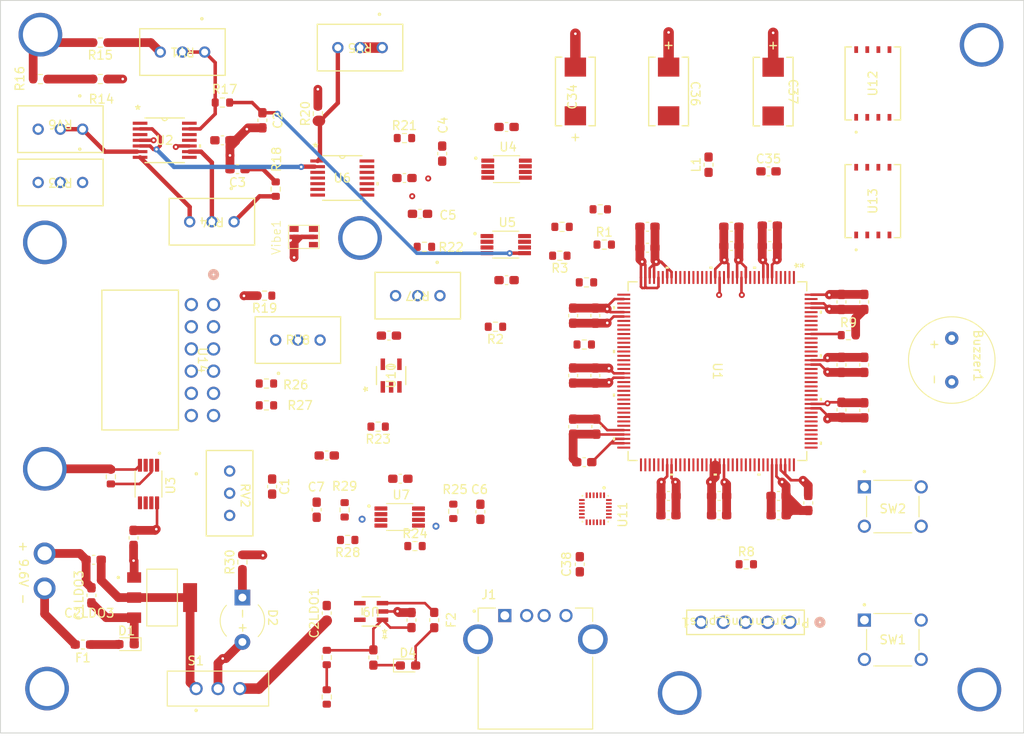
<source format=kicad_pcb>
(kicad_pcb (version 20221018) (generator pcbnew)
  (layers (0 "F.Cu" signal) (1 "In1.Cu" power "3V3") (2 "In2.Cu" power "GND") (31 "B.Cu" signal) (34 "B.Paste" user) (35 "F.Paste" user) (36 "B.SilkS" user "B.Silkscreen") (37 "F.SilkS" user "F.Silkscreen") (38 "B.Mask" user) (39 "F.Mask" user) (44 "Edge.Cuts" user))
  (net 0 "")
  (net 1 "GND")
  (net 2 "Buzz_on")
  (net 3 "Net-(U3-NEGA)")
  (net 4 "ADC123_INP10-Vibro2")
  (net 5 "Net-(U9-VIN)")
  (net 6 "+3.3V")
  (net 7 "/circuits_capteurs/Suiveur")
  (net 8 "Net-(U9-VOUT)")
  (net 9 "+1V8")
  (net 10 "/circuits_capteurs/Suiveur1")
  (net 11 "/circuits_capteurs/Suiveur2")
  (net 12 "/circuits_capteurs/Suiveur3")
  (net 13 "Net-(U7-NEGB)")
  (net 14 "ADC1_INP16-Therm2")
  (net 15 "Net-(U7-NEGA)")
  (net 16 "ADC12_INP3-Therm1")
  (net 17 "/circuit_alimentation/Vcap1(68)")
  (net 18 "/circuit_alimentation/Vcap2(103)")
  (net 19 "/circuit_alimentation/VLXSMPS")
  (net 20 "/circuit_alimentation/VFBSMPS")
  (net 21 "Net-(U11-REGOUT)")
  (net 22 "Net-(D1-K)")
  (net 23 "Net-(D1-A)")
  (net 24 "Net-(D2--)")
  (net 25 "Net-(D4-K)")
  (net 26 "Net-(D4-A)")
  (net 27 "Vusb")
  (net 28 "USB_D-")
  (net 29 "USB_D+")
  (net 30 "SWDIO")
  (net 31 "SWCLK")
  (net 32 "SWO")
  (net 33 "Net-(U1A-PA0)")
  (net 34 "Net-(U1A-PC0)")
  (net 35 "Net-(U1A-PA2)")
  (net 36 "ADC12_INP14-SG1.2")
  (net 37 "Net-(U1A-PA3)")
  (net 38 "ADC12_INP15-SG3.4")
  (net 39 "Net-(U1A-PC3_C)")
  (net 40 "ADC3_INP1-Vibe1")
  (net 41 "ADC12_INP18-SG5.6")
  (net 42 "Net-(U1A-PA4)")
  (net 43 "Net-(U1A-PA6)")
  (net 44 "Net-(U1B-BOOT0)")
  (net 45 "NSS")
  (net 46 "SCK")
  (net 47 "MOSI")
  (net 48 "/circuits_capteurs/IN-")
  (net 49 "Net-(U2-RGA)")
  (net 50 "Net-(U2-VOUTA)")
  (net 51 "Net-(U2-VOUTB)")
  (net 52 "Net-(U2-RGB)")
  (net 53 "Net-(U6-RGA)")
  (net 54 "Net-(U6-VOUTA)")
  (net 55 "Net-(U6-VOUTB)")
  (net 56 "Net-(U6-RGB)")
  (net 57 "USB_check")
  (net 58 "Net-(U1A-PD2)")
  (net 59 "Net-(U1A-PD6)")
  (net 68 "QUADSPI_BK1_IO3")
  (net 69 "QUADSPI_BK1_IO2")
  (net 70 "QUADSPI_BK1_IO0")
  (net 71 "QUADSPI_BK1_IO1")
  (net 72 "QUADSPI_CLK")
  (net 84 "QUADSPI_BK2_IO0")
  (net 85 "QUADSPI_BK2_IO1")
  (net 86 "QUADSPI_BK2_IO2")
  (net 87 "QUADSPI_BK2_IO3")
  (net 93 "QUADSPI_BK1_NCS")
  (net 94 "InteruptionMPU")
  (net 95 "MISO")
  (net 115 "QUADSPI_BK2_NCS")
  (net 139 "/circuits_capteurs/out+")
  (net 140 "/circuits_capteurs/out-")
  (net 156 "Therm1")
  (net 157 "Therm2")
  (net 158 "SG1_2")
  (net 159 "SG3_4")
  (net 160 "SG5_6")
  (net 163 "Vibro1")
  (net 164 "Net-(F1-Pad1)")
  (net 165 "Net-(VR1-OUTPUT)")
  (footprint "Capacitor_SMD:C_0603_1608Metric_Pad1.08x0.95mm_HandSolder" (layer "F.Cu") (at 140.4 94.8)
    (fp_text reference "C18" hide)
    (fp_text value "100nF" hide)
  )
  (footprint "GAUL-Empreintes:bouton-(SW_TS02-66-60-BK-160-LCR-D)" (layer "F.Cu") (at 160.274 111.252)
    (fp_text reference "SW1")
    (fp_text value "SW_Push" hide)
  )
  (footprint "Resistor_SMD:R_0603_1608Metric" (layer "F.Cu") (at 124.968 77.47)
    (fp_text reference "R6" hide)
    (fp_text value "170" hide)
  )
  (footprint "Capacitor_SMD:C_0603_1608Metric_Pad1.08x0.95mm_HandSolder" (layer "F.Cu") (at 102.616 76.454)
    (fp_text reference "C2LDO2" hide)
    (fp_text value "1u")
  )
  (footprint "Capacitor_SMD:C_0603_1608Metric_Pad1.08x0.95mm_HandSolder" (layer "F.Cu") (at 157 79.8 90)
    (fp_text reference "C19" hide)
    (fp_text value "100nF" hide)
  )
  (footprint "Inductor_SMD:L_0603_1608Metric_Pad1.05x0.95mm_HandSolder" (layer "F.Cu") (at 100.838 113.284 90)
    (fp_text reference "FB1" hide)
    (fp_text value "FerriteBead" hide)
  )
  (footprint "Resistor_SMD:R_0603_1608Metric" (layer "F.Cu") (at 105.6005 100.536)
    (fp_text reference "R24")
    (fp_text value "200k" hide)
  )
  (footprint "Resistor_SMD:R_0603_1608Metric" (layer "F.Cu") (at 62.738 47.099)
    (fp_text reference "R16")
    (fp_text value "700" hide)
  )
  (footprint "Resistor_SMD:R_0603_1608Metric" (layer "F.Cu") (at 85.852 102.362 90)
    (fp_text reference "R30")
    (fp_text value "R" hide)
  )
  (footprint "GAUL-Empreintes:trim_pot_debout-(RES3_66W)" (layer "F.Cu") (at 81.534 44.0055 180)
    (fp_text reference "RV1")
    (fp_text value "R_Potentiometer (10k)" hide)
  )
  (footprint "GAUL-Empreintes:LMC6482-SMD-(SOP65P490X110-8N)" (layer "F.Cu") (at 75.108 93.434 -90)
    (fp_text reference "U3")
    (fp_text value "LMC6482IN" hide)
  )
  (footprint "Capacitor_SMD:C_0603_1608Metric_Pad1.08x0.95mm_HandSolder" (layer "F.Cu") (at 94.3505 96.3735 90)
    (fp_text reference "C7")
    (fp_text value "10nF" hide)
  )
  (footprint "Resistor_SMD:R_0603_1608Metric" (layer "F.Cu") (at 69.596 47.0916 180)
    (fp_text reference "R14")
    (fp_text value "700" hide)
  )
  (footprint "GAUL-Empreintes:IC8_AS5F12G04SND-10LIN_ALL-L" (layer "F.Cu") (at 157.988 47.5996 90)
    (fp_text reference "U12")
    (fp_text value "AS5F32G04SNDA-08LIN(mémoire)" hide)
  )
  (footprint "GAUL-Empreintes:Ground_mounting_hole_1mm" (layer "F.Cu") (at 170.18 122.029)
    (fp_text reference "H4" hide)
    (fp_text value "~" hide)
  )
  (footprint "Capacitor_SMD:C_0603_1608Metric_Pad1.08x0.95mm_HandSolder" (layer "F.Cu") (at 103.925 92.8315 180)
    (fp_text reference "C42" hide)
    (fp_text value "10nF" hide)
  )
  (footprint "" (layer "F.Cu") (at 135.89 117.348)
    (fp_text reference "")
    (fp_text value "")
  )
  (footprint "Resistor_SMD:R_0603_1608Metric" (layer "F.Cu") (at 114.808 75.438 180)
    (fp_text reference "R2")
    (fp_text value "170")
  )
  (footprint "GAUL-Empreintes:cap-10uF-50R-(CAPMP7.6X4.3_4.3N_KEM-L)" (layer "F.Cu") (at 146.5834 48.531894 -90)
    (fp_text reference "C37")
    (fp_text value "10uF 20mOhm" hide)
  )
  (footprint "Capacitor_SMD:C_0603_1608Metric_Pad1.08x0.95mm_HandSolder" (layer "F.Cu") (at 154.4 72.6 90)
    (fp_text reference "C25" hide)
    (fp_text value "100nF" hide)
  )
  (footprint "Capacitor_SMD:C_0603_1608Metric_Pad1.08x0.95mm_HandSolder" (layer "F.Cu") (at 95.504 108.204 90)
    (fp_text reference "C2LDO1")
    (fp_text value "1u")
  )
  (footprint "Resistor_SMD:R_0603_1608Metric" (layer "F.Cu") (at 104.394 53.848)
    (fp_text reference "R21")
    (fp_text value "800" hide)
  )
  (footprint "GAUL-Empreintes:conn-usbA-(AMPHENOL_UE27AC54100)" (layer "F.Cu") (at 119.38 108.484)
    (fp_text reference "J1")
    (fp_text value "conn_USB-A-(UE27AC54100)" hide)
  )
  (footprint "Resistor_SMD:R_0603_1608Metric" (layer "F.Cu") (at 69.596 42.926 180)
    (fp_text reference "R15")
    (fp_text value "1k")
  )
  (footprint "GAUL-Empreintes:trim_pot_debout-(RES3_66W)" (layer "F.Cu") (at 108.458 71.882 180)
    (fp_text reference "RV7")
    (fp_text value "R_Potentiometer (10k)" hide)
  )
  (footprint "Diode_SMD:D_0603_1608Metric_Pad1.05x0.95mm_HandSolder" (layer "F.Cu") (at 104.8 114.2)
    (fp_text reference "D4")
    (fp_text value "D_Schottky" hide)
  )
  (footprint "Resistor_SMD:R_0603_1608Metric" (layer "F.Cu") (at 97.5505 96.386 90)
    (fp_text reference "R29")
    (fp_text value "200k" hide)
  )
  (footprint "Capacitor_SMD:C_0603_1608Metric_Pad1.08x0.95mm_HandSolder" (layer "F.Cu") (at 108.712 55.626 -90)
    (fp_text reference "C4")
    (fp_text value "10nF" hide)
  )
  (footprint "GAUL-Empreintes:conn-90deg-(CONN_PPPC062LJBN-RC_SUL)" (layer "F.Cu") (at 82.55 72.898 -90)
    (fp_text reference "U14")
    (fp_text value "conn-fem-90deg-(PPPC062LJBN-RC)" hide)
  )
  (footprint "GAUL-Empreintes:Ground_mounting_hole_1mm" (layer "F.Cu") (at 170.434 48.26)
    (fp_text reference "H3" hide)
    (fp_text value "~" hide)
  )
  (footprint "GAUL-Empreintes:LDO12-3V3-(TS1117BCW33_RPG)" (layer "F.Cu") (at 76.665 106.426)
    (fp_text reference "VR1" hide)
    (fp_text value "LDO12-3V3-(TS1117BCW33_RPG)" hide)
  )
  (footprint "GAUL-Empreintes:SOT-23-5_MC_MCH" (layer "F.Cu") (at 100.584 108.015999 180)
    (fp_text reference "U9")
    (fp_text value "LDO 5-3.3V-(MIC5504-3.3YM5-TR)" hide)
  )
  (footprint "GAUL-Empreintes:trim_pot_debout-(RES3_66W)" (layer "F.Cu") (at 101.854 43.4975 180)
    (fp_text reference "RV5")
    (fp_text value "R_Potentiometer (10k)" hide)
  )
  (footprint "Resistor_SMD:R_0603_1608Metric" (layer "F.Cu") (at 101.3835 86.868 180)
    (fp_text reference "R23")
    (fp_text value "1k")
  )
  (footprint "Capacitor_SMD:C_0603_1608Metric_Pad1.08x0.95mm_HandSolder" (layer "F.Cu") (at 126.238 81.026 -90)
    (fp_text reference "C20" hide)
    (fp_text value "100nF" hide)
  )
  (footprint "Capacitor_SMD:C_0603_1608Metric_Pad1.08x0.95mm_HandSolder" (layer "F.Cu") (at 106.172 62.5175 180)
    (fp_text reference "C5")
    (fp_text value "10nF" hide)
  )
  (footprint "Resistor_SMD:R_0603_1608Metric" (layer "F.Cu") (at 88.602 84.4335 180)
    (fp_text reference "R27")
    (fp_text value "22k" hide)
  )
  (footprint "Capacitor_SMD:C_0603_1608Metric_Pad1.08x0.95mm_HandSolder" (layer "F.Cu") (at 89.2545 93.726 -90)
    (fp_text reference "C1")
    (fp_text value "10nF" hide)
  )
  (footprint "Diode_SMD:D_0603_1608Metric_Pad1.05x0.95mm_HandSolder" (layer "F.Cu") (at 72.6 111.76 180)
    (fp_text reference "D1")
    (fp_text value "D_Schottky" hide)
  )
  (footprint "Fuse:Fuse_0603_1608Metric_Pad1.05x0.95mm_HandSolder" (layer "F.Cu") (at 107.8 109 -90)
    (fp_text reference "F2")
    (fp_text value "xxmA" hide)
  )
  (footprint "Capacitor_SMD:C_0603_1608Metric_Pad1.08x0.95mm_HandSolder" (layer "F.Cu") (at 140.398 97)
    (fp_text reference "C29" hide)
    (fp_text value "4,7uF")
  )
  (footprint "Inductor_SMD:L_0603_1608Metric_Pad1.05x0.95mm_HandSolder" (layer "F.Cu") (at 139.192 56.896 90)
    (fp_text reference "L1")
    (fp_text value "2,2uH")
  )
  (footprint "Capacitor_SMD:C_0603_1608Metric_Pad1.08x0.95mm_HandSolder" (layer "F.Cu") (at 126.348 86.868 -90)
    (fp_text reference "C8" hide)
    (fp_text value "2,2uF" hide)
  )
  (footprint "Capacitor_SMD:C_0603_1608Metric_Pad1.08x0.95mm_HandSolder" (layer "F.Cu") (at 146.2 63.868 180)
    (fp_text reference "C30" hide)
    (fp_text value "4,7uF")
  )
  (footprint "Capacitor_SMD:C_0603_1608Metric_Pad1.08x0.95mm_HandSolder" (layer "F.Cu") (at 116.078 52.578)
    (fp_text reference "C41" hide)
    (fp_text value "10nF" hide)
  )
  (footprint "GAUL-Empreintes:LMC6482-SMD-(SOP65P490X110-8N)" (layer "F.Cu") (at 103.8505 97.211)
    (fp_text reference "U7")
    (fp_text value "LMC6482IN" hide)
  )
  (footprint "Capacitor_SMD:C_0603_1608Metric_Pad1.08x0.95mm_HandSolder" (layer "F.Cu") (at 134.6 97 180)
    (fp_text reference "C13" hide)
    (fp_text value "100nF" hide)
  )
  (footprint "Resistor_SMD:R_0603_1608Metric" (layer "F.Cu") (at 126.8 62 180)
    (fp_text reference "R5" hide)
    (fp_text value "170")
  )
  (footprint "GAUL-Empreintes:buzzer-(IE092503-1)" (layer "F.Cu") (at 173.019874 79.248 -90)
    (fp_text reference "Buzzer1")
    (fp_text value "~" hide)
  )
  (footprint "Resistor_SMD:R_0603_1608Metric" (layer "F.Cu") (at 70.8 92.6 -90)
    (fp_text reference "R13" hide)
    (fp_text value "40k" hide)
  )
  (footprint "GAUL-Empreintes:trim_pot_debout-(RES3_66W)" (layer "F.Cu") (at 84.9 63.4235 180)
    (fp_text reference "RV4")
    (fp_text value "R_Potentiometer (10k)" hide)
  )
  (footprint "Capacitor_SMD:C_0603_1608Metric_Pad1.08x0.95mm_HandSolder" (layer "F.Cu") (at 154.4 84.944 90)
    (fp_text reference "C21" hide)
    (fp_text value "100nF" hide)
  )
  (footprint "GAUL-Empreintes:Ground_mounting_hole_1mm" (layer "F.Cu") (at 62.738 47.099)
    (fp_text reference "H1" hide)
    (fp_text value "~" hide)
  )
  (footprint "Capacitor_SMD:C_0603_1608Metric_Pad1.08x0.95mm_HandSolder" (layer "F.Cu") (at 123.698 81.018 -90)
    (fp_text reference "C28" hide)
    (fp_text value "4,7uF")
  )
  (footprint "Capacitor_SMD:C_0603_1608Metric_Pad1.08x0.95mm_HandSolder" (layer "F.Cu") (at 150.6 95.6 90)
    (fp_text reference "C22" hide)
    (fp_text value "4,7uF" hide)
  )
  (footprint "Capacitor_SMD:C_0603_1608Metric_Pad1.08x0.95mm_HandSolder" (layer "F.Cu") (at 124.968 90.932)
    (fp_text reference "C14" hide)
    (fp_text value "4,7uF" hide)
  )
  (footprint "Capacitor_SMD:C_0603_1608Metric_Pad1.08x0.95mm_HandSolder" (layer "F.Cu") (at 73.4 99.6 -90)
    (fp_text reference "C39" hide)
    (fp_text value "10nF" hide)
  )
  (footprint "GAUL-Empreintes:LMC6482-SMD-(SOP65P490X110-8N)" (layer "F.Cu") (at 115.9875 66.04)
    (fp_text reference "U5")
    (fp_text value "LMC6482IN" hide)
  )
  (footprint "Capacitor_SMD:C_0603_1608Metric_Pad1.08x0.95mm_HandSolder" (layer "F.Cu") (at 134.62 94.8 180)
    (fp_text reference "C17" hide)
    (fp_text value "100nF" hide)
  )
  (footprint "Resistor_SMD:R_0603_1608Metric" (layer "F.Cu") (at 155.2 76.4)
    (fp_text reference "R9")
    (fp_text value "10K" hide)
  )
  (footprint "Resistor_SMD:R_0603_1608Metric" (layer "F.Cu") (at 143.51 102.616)
    (fp_text reference "R8")
    (fp_text value "100 K" hide)
  )
  (footprint "GAUL-Empreintes:IC8_AS5F12G04SND-10LIN_ALL-L" (layer "F.Cu") (at 157.988 61.0616 90)
    (fp_text reference "U13")
    (fp_text value "AS5F32G04SNDA-08LIN(mémoire)" hide)
  )
  (footprint "Capacitor_SMD:C_0603_1608Metric_Pad1.08x0.95mm_HandSolder" (layer "F.Cu") (at 124.46 102.616 -90)
    (fp_text reference "C38")
    (fp_text value "0.1uF" hide)
  )
  (footprint "GAUL-Empreintes:trim_pot_debout-(RES3_66W)" (layer "F.Cu") (at 67.564 52.832 180)
    (fp_text reference "RV6")
    (fp_text value "R_Potentiometer (1k)" hide)
  )
  (footprint "GAUL-Empreintes:trim_pot_debout-(RES3_66W)" (layer "F.Cu") (at 89.662 76.962)
    (fp_text reference "RV8")
    (fp_text value "R_Potentiometer (1k)" hide)
  )
  (footprint "Resistor_SMD:R_0603_1608Metric" (layer "F.Cu") (at 95.504 117.8 -90)
    (fp_text reference "R32" hide)
    (fp_text value "R")
  )
  (footprint "GAUL-Empreintes:cap-4.7uF-75R-(CAPMP7.6X4.3_3.1N_KEM-L)" (layer "F.Cu") (at 123.952 48.514 90)
    (fp_text reference "C34")
    (fp_text value "4,7uF 100mOhm")
  )
  (footprint "GAUL-Empreintes:cap-10uF-50R-(CAPMP7.6X4.3_4.3N_KEM-L)" (layer "F.Cu") (at 134.62 48.514 -90)
    (fp_text reference "C36")
    (fp_text value "10uF 20mOhm")
  )
  (footprint "GAUL-Empreintes:trim_pot_debout-(RES3_66W)" (layer "F.Cu") (at 67.564 58.928 180)
    (fp_text reference "RV3")
    (fp_text value "R_Potentiometer (1k)" hide)
  )
  (footprint "Resistor_SMD:R_0603_1608Metric" (layer "F.Cu") (at 94.488 51.054 90)
    (fp_text reference "R20")
    (fp_text value "1k" hide)
  )
  (footprint "Capacitor_SMD:C_0603_1608Metric_Pad1.08x0.95mm_HandSolder" (layer "F.Cu") (at 132.2 66.4 180)
    (fp_text reference "C33" hide)
    (fp_text value "100nF" hide)
  )
  (footprint "Capacitor_SMD:C_0603_1608Metric_Pad1.08x0.95mm_HandSolder" (layer "F.Cu") (at 157 72.6 90)
    (fp_text reference "C31" hide)
    (fp_text value "4,7uF")
  )
  (footprint "Fuse:Fuse_0603_1608Metric_Pad1.05x0.95mm_HandSolder" (layer "F.Cu") (at 67.6 111.8)
    (fp_text reference "F1")
    (fp_text value "xxmA" hide)
  )
  (footprint "Resistor_SMD:R_0603_1608Metric" (layer "F.Cu") (at 122.174 67.31 180)
    (fp_text reference "R3")
    (fp_text value "170" hide)
  )
  (footprint "Capacitor_SMD:C_0603_1608Metric_Pad1.08x0.95mm_HandSolder" (layer "F.Cu") (at 147.2 94.8)
    (fp_text reference "C16" hide)
    (fp_text value "2,2uF" hide)
  )
  (footprint "Capacitor_SMD:C_0603_1608Metric_Pad1.08x0.95mm_HandSolder" (layer "F.Cu") (at 88.138 51.816 -90)
    (fp_text reference "C2")
    (fp_text value "10nF" hide)
  )
  (footprint "Capacitor_SMD:C_0603_1608Metric_Pad1.08x0.95mm_HandSolder" (layer "F.Cu") (at 147.2145 97)
    (fp_text reference "C23" hide)
    (fp_text value "2,2uF" hide)
  )
  (footprint "GAUL-Empreintes:SOT-23-5_MC_MCH" (layer "F.Cu") (at 102.87 81.026 90)
    (fp_text reference "U10")
    (fp_text value "LDO_5-1.8V-(MIC5504-1.8YM5-TR)" hide)
  )
  (footprint "GAUL-Empreintes:IMU_(ICM-20948)" (layer "F.Cu") (at 126.238 96.266 -90)
    (fp_text reference "U11")
    (fp_text value "ICU-Gyro-(ICM-20948)" hide)
  )
  (footprint "GAUL-Empreintes:Conn_batt_AWG14" (layer "F.Cu") (at 59.222 103.378 -90)
    (fp_text reference "bornier1" hide)
    (fp_text value "Conn_batterie" hide)
  )
  (footprint "Capacitor_SMD:C_0603_1608Metric_Pad1.08x0.95mm_HandSolder" (layer "F.Cu") (at 95.504 90.17)
    (fp_text reference "C1LDO2" hide)
    (fp_text value "1u")
  )
  (footprint "Resistor_SMD:R_0603_1608Metric" (layer "F.Cu") (at 106.68 66.294)
    (fp_text reference "R22")
    (fp_text value "800" hide)
  )
  (footprint "GAUL-Empreintes:INA2331" (layer "F.Cu") (at 76.962 54.102)
    (fp_text reference "U2")
    (fp_text value "INA2331AIPWR" hide)
  )
  (footprint "Resistor_SMD:R_0603_1608Metric" (layer "F.Cu") (at 127.254 66.04)
    (fp_text reference "R1")
    (fp_text value "170" hide)
  )
  (footprint "Capacitor_SMD:C_0603_1608Metric_Pad1.08x0.95mm_HandSolder" (layer "F.Cu") (at 132.2 64 180)
    (fp_text reference "C32" hide)
    (fp_text value "1uF")
  )
  (footprint "Capacitor_SMD:C_0603_1608Metric_Pad1.08x0.95mm_HandSolder" (layer "F.Cu") (at 154.4 79.8 90)
    (fp_text reference "C10" hide)
    (fp_text value "100nF" hide)
  )
  (footprint "GAUL-Empreintes:Ground_mounting_hole_1mm" (layer "F.Cu") (at 63.5 121.92)
    (fp_text reference "H2" hide)
    (fp_text value "~" hide)
  )
  (footprint "Capacitor_SMD:C_0603_1608Metric_Pad1.08x0.95mm_HandSolder" (layer "F.Cu") (at 68.58 106.172 90)
    (fp_text reference "C1LDO3")
    (fp_text value "10uF" hide)
  )
  (footprint "GAUL-Empreintes:switch-(SW_EG1218)" (layer "F.Cu") (at 83.058 116.84)
    (fp_text reference "S1")
    (fp_text value "Switch-SPDT-(EG1218)" hide)
  )
  (footprint "Capacitor_SMD:C_0603_1608Metric_Pad1.08x0.95mm_HandSolder" (layer "F.Cu") (at 68.834 102.108 180)
    (fp_text reference "C2LDO3")
    (fp_text value "10uF")
  )
  (footprint "Resistor_SMD:R_0603_1608Metric" (layer "F.Cu") (at 109.983 96.561 90)
    (fp_text reference "R25")
    (fp_text value "200k" hide)
  )
  (footprint "GAUL-Empreintes:Vibromètre" (layer "F.Cu") (at 94.625 66.4805 180)
    (fp_text reference "Vibe1")
    (fp_text value "~")
  )
  (footprint "Capacitor_SMD:C_0603_1608Metric_Pad1.08x0.95mm_HandSolder" (layer "F.Cu") (at 126.238 74.168 -90)
    (fp_text reference "C26" hide)
    (fp_text value "100nF" hide)
  )
  (footprint "Resistor_SMD:R_0603_1608Metric" (layer "F.Cu") (at 125.222 70.358)
    (fp_text reference "R7" hide)
    (fp_text value "170" hide)
  )
  (footprint "Capacitor_SMD:C_0603_1608Metric_Pad1.08x0.95mm_HandSolder" (layer "F.Cu") (at 116.078 70.104 180)
    (fp_text reference "C40" hide)
    (fp_text value "10nF" hide)
  )
  (footprint "Capacitor_SMD:C_0603_1608Metric_Pad1.08x0.95mm_HandSolder" (layer "F.Cu") (at 146.05 57.658)
    (fp_text reference "C35")
    (fp_text value "220pF" hide)
  )
  (footprint "Capacitor_SMD:C_0603_1608Metric_Pad1.08x0.95mm_HandSolder" (layer "F.Cu") (at 146.2 66.2 180)
    (fp_text reference "C11" hide)
    (fp_text value "100nF" hide)
  )
  (footprint "Capacitor_SMD:C_0603_1608Metric_Pad1.08x0.95mm_HandSolder" (layer "F.Cu") (at 123.698 74.168 -90)
    (fp_text reference "C12" hide)
    (fp_text value "100nF" hide)
  )
  (footprint "Resistor_SMD:R_0603_1608Metric" (layer "F.Cu") (at 83.566 49.784)
    (fp_text reference "R17")
    (fp_text value "800" hide)
  )
  (footprint "Resistor_SMD:R_0603_1608Metric" (layer "F.Cu") (at 95.504 113.284 -90)
    (fp_text reference "R31" hide)
    (fp_text value "33k")
  )
  (footprint "Capacitor_SMD:C_0603_1608Metric_Pad1.08x0.95mm_HandSolder" (layer "F.Cu") (at 157 85 90)
    (fp_text reference "C27" hide)
    (fp_text value "100nF" hide)
  )
  (footprint "Capacitor_SMD:C_0603_1608Metric_Pad1.08x0.95mm_HandSolder" (layer "F.Cu") (at 85.2932 57.404 180)
    (fp_text reference "C3")
    (fp_text value "10nF" hide)
  )
  (footprint "Resistor_SMD:R_0603_1608Metric" (layer "F.Cu") (at 88.602 81.9335 180)
    (fp_text reference "R26")
    (fp_text value "22k" hide)
  )
  (footprint "Capacitor_SMD:C_0603_1608Metric_Pad1.08x0.95mm_HandSolder" (layer "F.Cu") (at 83.566 54.102)
    (fp_text reference "C44" hide)
    (fp_text value "10nF" hide)
  )
  (footprint "" (layer "F.Cu") (at 63.246 65.786)
    (fp_text reference "")
    (fp_text value "")
  )
  (footprint "Capacitor_SMD:C_0603_1608Metric_Pad1.08x0.95mm_HandSolder" (layer "F.Cu") (at 104.394 58.42)
    (fp_text reference "C43" hide)
    (fp_text value "10nF" hide)
  )
  (footprint "Resistor_SMD:R_0603_1608Metric" (layer "F.Cu") (at 122.428 64.008 180)
    (fp_text reference "R4" hide)
    (fp_text value "170" hide)
  )
  (footprint "Resistor_SMD:R_0603_1608Metric" (layer "F.Cu") (at 97.9005 99.836 180)
    (fp_text reference "R28")
    (fp_text value "200k" hide)
  )
  (footprint "Capacitor_SMD:C_0603_1608Metric_Pad1.08x0.95mm_HandSolder" (layer "F.Cu") (at 141.8 66.2 180)
    (fp_text reference "C9" hide)
    (fp_text value "100nF" hide)
  )
  (footprint "" (layer "F.Cu") (at 63.246 91.694)
    (fp_text reference "")
    (fp_text value "")
  )
  (footprint "GAUL-Empreintes:trim_pot_debout-(RES3_66W)" (layer "F.Cu") (at 84.3915 91.948 -90)
    (fp_text reference "RV2")
    (fp_text value "R_Potentiometer (100k) pour reach 40k" hide)
  )
  (footprint "GAUL-Empreintes:INA2331" (layer "F.Cu") (at 97.282 58.42)
    (fp_text reference "U6")
    (fp_text value "INA2331AIPWR" hide)
  )
  (footprint "" (layer "F.Cu") (at 99.314 65.278)
    (fp_text reference "")
    (fp_text value "")
  )
  (footprint "Capacitor_SMD:C_0603_1608Metric_Pad1.08x0.95mm_HandSolder" (layer "F.Cu") (at 105.2 109 90)
    (fp_text reference "C1LDO1" hide)
    (fp_text value "1u")
  )
  (footprint "Capacitor_SMD:C_0603_1608Metric_Pad1.08x0.95mm_HandSolder" (layer "F.Cu") (at 141.8 64 180)
    (fp_text reference "C24" hide)
    (fp_text value "100nF" hide)
  )
  (footprint "Capacitor_SMD:C_0603_1608Metric_Pad1.08x0.95mm_HandSolder" (layer "F.Cu") (at 113.083 96.611 90)
    (fp_text reference "C6")
    (fp_text value "10nF" hide)
  )
  (footprint "GAUL-Empreintes:STM32" (layer "F.Cu") (at 140.208 80.518 -90)
    (fp_text reference "U1")
    (fp_text value "STM32-(STM32H745ZIT6)")
  )
  (footprint "GAUL-Empreintes:LMC6482-SMD-(SOP65P490X110-8N)" (layer "F.Cu") (at 116.078 57.404)
    (fp_text reference "U4")
    (fp_text value "LMC6482IN" hide)
  )
  (footprint "GAUL-Empreintes:bouton-(SW_TS02-66-60-BK-160-LCR-D)" (layer "F.Cu") (at 160.274 96.012)
    (fp_text reference "SW2")
    (fp_text value "SW_Push" hide)
  )
  (footprint "Resistor_SMD:R_0603_1608Metric" (layer "F.Cu") (at 89.662 59.69 90)
    (fp_text reference "R18")
    (fp_text value "800" hide)
  )
  (footprint "GAUL-Empreintes:conn-swd5pin-(CONN5_1LFBN-RC_SUL)" (layer "F.Cu") (at 148.5011 109.2581 180)
    (fp_text reference "Programming_pins1")
    (fp_text value "Conn_01x05_Pin")
  )
  (footprint "GAUL-Empreintes:LED_classique_TH" (layer "F.Cu") (at 80.772 108.966 -90)
    (fp_text reference "D2")
    (fp_text value "LED" hide)
  )
  (footprint "Resistor_SMD:R_0603_1608Metric" (layer "F.Cu") (at 88.392 71.882 180)
    (fp_text reference "R19")
    (fp_text value "1k" hide)
  )
  (footprint "Capacitor_SMD:C_0603_1608Metric_Pad1.08x0.95mm_HandSolder" (layer "F.Cu") (at 123.698 86.868 -90)
    (fp_text reference "C15" hide)
    (fp_text value "2,2uF" hide)
  )
  (gr_rect (start 58.166 38.1) (end 175.26 121.92) (stroke (width 0.1)) (fill none) (layer "Edge.Cuts"))
  (via (at 99.5505 97.461) (size 0.8) (drill 0.4) (layers "F.Cu" "B.Cu") (net 0))
  (via (at 108.0005 98.261) (size 0.8) (drill 0.4) (layers "F.Cu" "B.Cu") (net 0))
  (segment (start 150.9268 72.768) (end 152.368 72.768) (width 0.3) (layer "F.Cu") (net 1))
  (segment (start 154.456 85.8625) (end 154.4 85.8065) (width 1) (layer "F.Cu") (net 1))
  (segment (start 85.09 54.2025) (end 84.4285 54.864) (width 1) (layer "F.Cu") (net 1))
  (segment (start 146.957999 91.2368) (end 146.957999 92.557999) (width 0.3) (layer "F.Cu") (net 1))
  (segment (start 93.97275 65.1605) (end 93.975 65.15825) (width 0.5) (layer "F.Cu") (net 1))
  (segment (start 88.138 52.6785) (end 86.5135 52.6785) (width 1) (layer "F.Cu") (net 1))
  (segment (start 129.4892 73.768001) (end 127.968001 73.768001) (width 0.3) (layer "F.Cu") (net 1))
  (segment (start 157 85.8625) (end 154.456 85.8625) (width 1) (layer "F.Cu") (net 1))
  (segment (start 127.5055 73.3055) (end 127.6 73.4) (width 1) (layer "F.Cu") (net 1))
  (segment (start 133.0625 64) (end 133.0625 66.4) (width 1) (layer "F.Cu") (net 1))
  (segment (start 150.6 96.4625) (end 148.6145 96.4625) (width 1) (layer "F.Cu") (net 1))
  (segment (start 150.6 96.4625) (end 149.725 96.4625) (width 1) (layer "F.Cu") (net 1))
  (segment (start 93.975 65.15825) (end 92.64725 65.15825) (width 0.5) (layer "F.Cu") (net 1))
  (segment (start 150.9268 84.767999) (end 151.977698 84.767999) (width 0.3) (layer "F.Cu") (net 1))
  (segment (start 73.642 91.775) (end 70.8 91.775) (width 0.3) (layer "F.Cu") (net 1))
  (segment (start 154.4 80.6625) (end 152.8625 80.6625) (width 1) (layer "F.Cu") (net 1))
  (segment (start 134.958 69.7992) (end 134.958 69.1769) (width 0.3) (layer "F.Cu") (net 1))
  (segment (start 92.64725 65.15825) (end 92.19965 65.60585) (width 0.5) (layer "F.Cu") (net 1))
  (segment (start 123.952 41.91) (end 123.952 45.727506) (width 1.2) (layer "F.Cu") (net 1))
  (segment (start 134.458001 68.748301) (end 133.7097 68) (width 0.3) (layer "F.Cu") (net 1))
  (segment (start 156.025 76.4) (end 156.025 74.4375) (width 1) (layer "F.Cu") (net 1))
  (segment (start 73.465 104.126) (end 73.465 102.265) (width 1) (layer "F.Cu") (net 1))
  (segment (start 142.6625 67.7375) (end 142.6 67.8) (width 1) (layer "F.Cu") (net 1))
  (segment (start 151.967999 79.767999) (end 152.8 80.6) (width 0.3) (layer "F.Cu") (net 1))
  (segment (start 132.458 69.7992) (end 132.458 68.742) (width 0.3) (layer "F.Cu") (net 1))
  (segment (start 91.7702 67.5132) (end 91.765 67.508) (width 1) (layer "F.Cu") (net 1))
  (segment (start 70.719 91.694) (end 70.8 91.775) (width 1) (layer "F.Cu") (net 1))
  (segment (start 85.852 101.537) (end 88.137 101.537) (width 1) (layer "F.Cu") (net 1))
  (segment (start 134.458001 69.7992) (end 134.458001 68.748301) (width 0.3) (layer "F.Cu") (net 1))
  (segment (start 134.62 41.7576) (end 134.62 45.727506) (width 1.2) (layer "F.Cu") (net 1))
  (segment (start 139.5375 93.3375) (end 139.4 93.2) (width 1) (layer "F.Cu") (net 1))
  (segment (start 150.9268 79.767999) (end 151.967999 79.767999) (width 0.3) (layer "F.Cu") (net 1))
  (segment (start 142.458001 69.7992) (end 142.458001 67.941999) (width 0.3) (layer "F.Cu") (net 1))
  (segment (start 126.238 80.1635) (end 127.7635 80.1635) (width 1) (layer "F.Cu") (net 1))
  (segment (start 91.765 65.1712) (end 92.19965 65.60585) (width 0.5) (layer "F.Cu") (net 1))
  (segment (start 67.2415 101.378) (end 67.9715 102.108) (width 1) (layer "F.Cu") (net 1))
  (segment (start 85.09 54.102) (end 86.36 52.832) (width 1) (layer "F.Cu") (net 1))
  (segment (start 86.0552 71.882) (end 86.0298 71.9074) (width 1) (layer "F.Cu") (net 1))
  (segment (start 91.765 65.1605) (end 93.97275 65.1605) (width 0.5) (layer "F.Cu") (net 1))
  (segment (start 126.23 80.1555) (end 126.238 80.1635) (width 1) (layer "F.Cu") (net 1))
  (segment (start 128.368 80.768) (end 127.8 80.2) (width 0.3) (layer "F.Cu") (net 1))
  (segment (start 140.458 71.742) (end 140.4 71.8) (width 0.3) (layer "F.Cu") (net 1))
  (segment (start 103.7375 108.1375) (end 103.6 108) (width 1) (layer "F.Cu") (net 1))
  (segment (start 140.458 69.7992) (end 140.458 71.742) (width 0.3) (layer "F.Cu") (net 1))
  (segment (start 126.238 73.3055) (end 127.5055 73.3055) (width 1) (layer "F.Cu") (net 1))
  (segment (start 147.0625 66.2) (end 147.0625 67.7375) (width 1) (layer "F.Cu") (net 1))
  (segment (start 63.645 42.926) (end 62.738 42.019) (width 1) (layer "F.Cu") (net 1))
  (segment (start 148.0625 94.8) (end 148.0625 96.9855) (width 1) (layer "F.Cu") (net 1))
  (segment (start 135.4625 97) (end 135.4625 94.82) (width 1) (layer "F.Cu") (net 1))
  (segment (start 88.137 101.537) (end 88.2 101.6) (width 1) (layer "F.Cu") (net 1))
  (segment (start 67.9715 102.108) (end 67.9715 104.701) (width 1) (layer "F.Cu") (net 1))
  (segment (start 123.698 80.1555) (end 126.23 80.1555) (width 1) (layer "F.Cu") (net 1))
  (segment (start 140.458 91.2368) (end 140.458 92.142) (width 0.3) (layer "F.Cu") (net 1))
  (segment (start 91.765 67.508) (end 91.765 66.0405) (width 1) (layer "F.Cu") (net 1))
  (segment (start 146.458 68.342) (end 147 67.8) (width 0.3) (layer "F.Cu") (net 1))
  (segment (start 139.958 92.642) (end 139.4 93.2) (width 1) (layer "F.Cu") (net 1))
  (segment (start 143.458001 69.7992) (end 143.458001 68.658001) (width 0.3) (layer "F.Cu") (net 1))
  (segment (start 148.6145 96.4625) (end 148.077 97) (width 1) (layer "F.Cu") (net 1))
  (segment (start 151.977698 84.767999) (end 152.8 85.590301) (width 0.3) (layer "F.Cu") (net 1))
  (segment (start 84.4285 54.102) (end 85.09 54.102) (width 1) (layer "F.Cu") (net 1))
  (segment (start 134.958 69.1769) (end 133.7811 68) (width 0.3) (layer "F.Cu") (net 1))
  (segment (start 63.222 101.378) (end 67.2415 101.378) (width 1) (layer "F.Cu") (net 1))
  (segment (start 154.4 85.8065) (end 152.9935 85.8065) (width 1) (layer "F.Cu") (net 1))
  (segment (start 123.698 87.7305) (end 123.698 90.5245) (width 1) (layer "F.Cu") (net 1))
  (segment (start 127.6 73.1063) (end 127.6 73.4) (width 0.3) (layer "F.Cu") (net 1))
  (segment (start 84.4307 55.8347) (end 84.4285 55.8325) (width 1) (layer "F.Cu") (net 1))
  (segment (start 85.09 54.102) (end 85.09 54.2025) (width 1) (layer "F.Cu") (net 1))
  (segment (start 84.4285 54.102) (end 84.4285 54.864) (width 1) (layer "F.Cu") (net 1))
  (segment (start 73.4 100.4625) (end 73.4 102.2) (width 1) (layer "F.Cu") (net 1))
  (segment (start 61.913 47.099) (end 61.913 42.844) (width 1) (layer "F.Cu") (net 1))
  (segment (start 135.4825 94.8) (end 135.4825 93.2825) (width 1) (layer "F.Cu") (net 1))
  (segment (start 139.457999 91.2368) (end 139.457999 93.142001) (width 0.3) (layer "F.Cu") (net 1))
  (segment (start 84.4285 55.8325) (end 84.4285 54.864) (width 1) (layer "F.Cu") (net 1))
  (segment (start 133.0625 66.4) (end 133.0625 67.8625) (width 1) (layer "F.Cu") (net 1))
  (segment (start 94.488 50.229) (end 94.488 48.26) (width 1) (layer "F.Cu") (net 1))
  (segment (start 129.4892 87.768001) (end 126.385501 87.768001) (width 0.3) (layer "F.Cu") (net 1))
  (segment (start 91.765 65.1605) (end 91.765 65.1712) (width 0.5) (layer "F.Cu") (net 1))
  (segment (start 123.698 73.3055) (end 126.238 73.3055) (width 1) (layer "F.Cu") (net 1))
  (segment (start 157 80.6625) (end 154.4 80.6625) (width 1) (layer "F.Cu") (net 1))
  (segment (start 146.957999 92.557999) (end 147.6 93.2) (width 0.3) (layer "F.Cu") (net 1))
  (segment (start 153.0625 73.4625) (end 153 73.4) (width 1) (layer "F.Cu") (net 1))
  (segment (start 152.8625 80.6625) (end 152.8 80.6) (width 1) (layer "F.Cu") (net 1))
  (segment (start 67.9715 104.701) (end 68.58 105.3095) (width 1) (layer "F.Cu") (net 1))
  (segment (start 142.6625 64) (end 142.6625 66.2) (width 1) (layer "F.Cu") (net 1))
  (segment (start 134.958 92.758) (end 135.4 93.2) (width 0.3) (layer "F.Cu") (net 1))
  (segment (start 123.698 90.5245) (end 124.1055 90.932) (width 1) (layer "F.Cu") (net 1))
  (segment (start 146.458 69.7992) (end 146.458 68.342) (width 0.3) (layer "F.Cu") (net 1))
  (segment (start 148.0625 96.9855) (end 148.077 97) (width 1) (layer "F.Cu") (net 1))
  (segment (start 129.4892 80.768) (end 128.368 80.768) (width 0.3) (layer "F.Cu") (net 1))
  (segment (start 152.9935 85.8065) (end 152.8 86) (width 1) (layer "F.Cu") (net 1))
  (segment (start 132.458 68.742) (end 133.2 68) (width 0.3) (layer "F.Cu") (net 1))
  (segment (start 86.5135 52.6785) (end 86.36 52.832) (width 1) (layer "F.Cu") (net 1))
  (segment (start 135.4825 93.2825) (end 135.4 93.2) (width 1) (layer "F.Cu") (net 1))
  (segment (start 152.8 85.590301) (end 152.8 86) (width 0.3) (layer "F.Cu") (net 1))
  (segment (start 147.0625 63.868) (end 147.0625 66.2) (width 1) (layer "F.Cu") (net 1))
  (segment (start 142.458001 67.941999) (end 142.6 67.8) (width 0.3) (layer "F.Cu") (net 1))
  (segment (start 126.385501 87.768001) (end 126.348 87.7305) (width 0.3) (layer "F.Cu") (net 1))
  (segment (start 74.1426 54.102) (end 75.692 54.102) (width 0.4) (layer "F.Cu") (net 1))
  (segment (start 154.4 73.4625) (end 153.0625 73.4625) (width 1) (layer "F.Cu") (net 1))
  (segment (start 142.6625 66.2) (end 142.6625 67.7375) (width 1) (layer "F.Cu") (net 1))
  (segment (start 78.343999 54.752001) (end 78.232 54.864) (width 0.4) (layer "F.Cu") (net 1))
  (segment (start 74.133 91.284) (end 73.642 91.775) (width 0.3) (layer "F.Cu") (net 1))
  (segment (start 127.7635 80.1635) (end 127.8 80.2) (width 1) (layer "F.Cu") (net 1))
  (segment (start 140.458 92.142) (end 139.4 93.2) (width 0.3) (layer "F.Cu") (net 1))
  (segment (start 139.5355 94.802) (end 139.5375 94.8) (width 1) (layer "F.Cu") (net 1))
  (segment (start 139.958 91.2368) (end 139.958 92.642) (width 1) (layer "F.Cu") (net 1))
  (segment (start 146.5834 45.7454) (end 146.5834 41.8084) (width 1.2) (layer "F.Cu") (net 1))
  (segment (start 127.968001 73.768001) (end 127.6 73.4) (width 0.3) (layer "F.Cu") (net 1))
  (segment (start 157 73.4625) (end 154.4 73.4625) (width 1) (layer "F.Cu") (net 1))
  (segment (start 105.2 108.1375) (end 103.7375 108.1375) (width 1) (layer "F.Cu") (net 1))
  (segment (start 152.867999 73.267999) (end 153 73.4) (width 0.3) (layer "F.Cu") (net 1))
  (segment (start 128.438301 72.267999) (end 127.6 73.1063) (width 0.3) (layer "F.Cu") (net 1))
  (segment (start 133.0625 67.8625) (end 133.2 68) (width 1) (layer "F.Cu") (net 1))
  (segment (start 135.4625 94.82) (end 135.4825 94.8) (width 1) (layer "F.Cu") (net 1))
  (segment (start 139.5375 94.8) (end 139.5375 93.3375) (width 1) (layer "F.Cu") (net 1))
  (segment (start 68.771 42.926) (end 63.645 42.926) (width 1) (layer "F.Cu") (net 1))
  (segment (start 63.246 91.694) (end 70.719 91.694) (width 1) (layer "F.Cu") (net 1))
  (segment (start 148.0625 94.8) (end 148.0625 93.665681) (width 1) (layer "F.Cu") (net 1))
  (segment (start 92.19965 65.60585) (end 91.765 66.0405) (width 0.5) (layer "F.Cu") (net 1))
  (segment (start 133.7097 68) (end 133.2 68) (width 0.3) (layer "F.Cu") (net 1))
  (segment (start 134.958 91.2368) (end 134.958 92.758) (width 0.3) (layer "F.Cu") (net 1))
  (segment (start 139.457999 93.142001) (end 139.4 93.2) (width 0.3) (layer "F.Cu") (net 1))
  (segment (start 91.765 65.1605) (end 91.765 66.0405) (width 0.5) (layer "F.Cu") (net 1))
  (segment (start 147.0625 67.7375) (end 147 67.8) (width 1) (layer "F.Cu") (net 1))
  (segment (start 150.9268 73.267999) (end 152.867999 73.267999) (width 0.3) (layer "F.Cu") (net 1))
  (segment (start 133.7811 68) (end 133.2 68) (width 0.3) (layer "F.Cu") (net 1))
  (segment (start 143.458001 68.658001) (end 142.6 67.8) (width 0.3) (layer "F.Cu") (net 1))
  (segment (start 156.025 74.4375) (end 157 73.4625) (width 1) (layer "F.Cu") (net 1))
  (segment (start 61.913 42.844) (end 62.738 42.019) (width 1) (layer "F.Cu") (net 1))
  (segment (start 152.368 72.768) (end 153 73.4) (width 0.3) (layer "F.Cu") (net 1))
  (segment (start 129.4892 72.267999) (end 128.438301 72.267999) (width 0.3) (layer "F.Cu") (net 1))
  (segment (start 73.465 102.265) (end 73.4 102.2) (width 1) (layer "F.Cu") (net 1))
  (segment (start 149.725 96.4625) (end 148.0625 94.8) (width 1) (layer "F.Cu") (net 1))
  (segment (start 132.957999 68.242001) (end 133.2 68) (width 0.3) (layer "F.Cu") (net 1))
  (segment (start 84.4307 57.404) (end 84.4307 55.8347) (width 1) (layer "F.Cu") (net 1))
  (segment (start 103.584001 108.015999) (end 103.6 108) (width 0.3) (layer "F.Cu") (net 1))
  (segment (start 148.0625 93.665681) (end 147.598409 93.20159) (width 1) (layer "F.Cu") (net 1))
  (segment (start 139.5355 97) (end 139.5355 94.802) (width 1) (layer "F.Cu") (net 1))
  (segment (start 101.8794 108.015999) (end 103.584001 108.015999) (width 0.3) (layer "F.Cu") (net 1))
  (segment (start 87.567 71.882) (end 86.0552 71.882) (width 1) (layer "F.Cu") (net 1))
  (segment (start 123.698 87.7305) (end 126.348 87.7305) (width 1) (layer "F.Cu") (net 1))
  (segment (start 132.957999 69.7992) (end 132.957999 68.242001) (width 0.3) (layer "F.Cu") (net 1))
  (segment (start 79.7814 54.752001) (end 78.343999 54.752001) (width 0.4) (layer "F.Cu") (net 1))
  (via blind (at 86.36 52.832) (size 0.7) (drill 0.3) (layers "F.Cu" "In2.Cu") (net 1))
  (via blind (at 123.952 41.91) (size 0.7) (drill 0.3) (layers "F.Cu" "In2.Cu") (net 1))
  (via blind (at 94.488 48.26) (size 0.7) (drill 0.3) (layers "F.Cu" "In2.Cu") (net 1))
  (via blind (at 127.8 80.2) (size 0.7) (drill 0.3) (layers "F.Cu" "In2.Cu") (remove_unused_layers) (zone_layer_connections "In2.Cu") (net 1))
  (via blind (at 86.0298 71.9074) (size 0.7) (drill 0.3) (layers "F.Cu" "In2.Cu") (net 1))
  (via blind (at 142.6 67.8) (size 0.7) (drill 0.3) (layers "F.Cu" "In2.Cu") (remove_unused_layers) (zone_layer_connections "In2.Cu") (net 1))
  (via blind (at 75.692 54.102) (size 0.7) (drill 0.3) (layers "F.Cu" "In2.Cu") (net 1))
  (via blind (at 73.4 102.2) (size 0.7) (drill 0.3) (layers "F.Cu" "In2.Cu") (remove_unused_layers) (zone_layer_connections "In2.Cu") (net 1))
  (via blind (at 152.8 80.6) (size 0.7) (drill 0.3) (layers "F.Cu" "In2.Cu") (remove_unused_layers) (zone_layer_connections "In2.Cu") (net 1))
  (via blind (at 147.6 93.2) (size 0.7) (drill 0.3) (layers "F.Cu" "In2.Cu") (remove_unused_layers) (zone_layer_connections "In2.Cu") (net 1))
  (via blind (at 146.5834 41.8084) (size 0.7) (drill 0.3) (layers "F.Cu" "In2.Cu") (net 1))
  (via blind (at 105.283 60.5028) (size 0.7) (drill 0.3) (layers "F.Cu" "In2.Cu") (net 1))
  (via blind (at 78.232 54.864) (size 0.7) (drill 0.3) (layers "F.Cu" "In2.Cu") (remove_unused_layers) (zone_layer_connections "In2.Cu") (net 1))
  (via blind (at 84.4285 55.8325) (size 0.7) (drill 0.3) (layers "F.Cu" "In2.Cu") (net 1))
  (via blind (at 134.62 41.7576) (size 0.7) (drill 0.3) (layers "F.Cu" "In2.Cu") (net 1))
  (via blind (at 91.7702 67.5132) (size 0.7) (drill 0.3) (layers "F.Cu" "In2.Cu") (net 1))
  (via blind (at 107.1118 58.4708) (size 0.7) (drill 0.3) (layers "F.Cu" "In2.Cu") (net 1))
  (via blind (at 153 73.4) (size 0.7) (drill 0.3) (layers "F.Cu" "In2.Cu") (remove_unused_layers) (zone_layer_connections "In2.Cu") (net 1))
  (via blind (at 103.6 108) (size 0.7) (drill 0.3) (layers "F.Cu" "In2.Cu") (remove_unused_layers) (zone_layer_connections "In2.Cu") (net 1))
  (via blind (at 147 67.8) (size 0.7) (drill 0.3) (layers "F.Cu" "In2.Cu") (remove_unused_layers) (zone_layer_connections "In2.Cu") (net 1))
  (via blind (at 135.4 93.2) (size 0.7) (drill 0.3) (layers "F.Cu" "In2.Cu") (remove_unused_layers) (zone_layer_connections "In2.Cu") (net 1))
  (via blind (at 133.2 68) (size 0.7) (drill 0.3) (layers "F.Cu" "In2.Cu") (remove_unused_layers) (zone_layer_connections "In2.Cu") (net 1))
  (via blind (at 152.8 86) (size 0.7) (drill 0.3) (layers "F.Cu" "In2.Cu") (remove_unused_layers) (zone_layer_connections "In2.Cu") (net 1))
  (via blind (at 127.6 73.4) (size 0.7) (drill 0.3) (layers "F.Cu" "In2.Cu") (remove_unused_layers) (zone_layer_connections "In2.Cu") (net 1))
  (via blind (at 139.4 93.2) (size 0.7) (drill 0.3) (layers "F.Cu" "In2.Cu") (remove_unused_layers) (zone_layer_connections "In2.Cu") (net 1))
  (via blind (at 140.4 71.8) (size 0.7) (drill 0.3) (layers "F.Cu" "In2.Cu") (remove_unused_layers) (zone_layer_connections "In2.Cu") (net 1))
  (via blind (at 88.2 101.6) (size 0.7) (drill 0.3) (layers "F.Cu" "In2.Cu") (remove_unused_layers) (zone_layer_connections "In2.Cu") (net 1))
  (segment (start 74.07849 93.425) (end 75.433 92.07049) (width 0.3) (layer "F.Cu") (net 3))
  (segment (start 75.433 92.07049) (end 75.433 91.284) (width 0.3) (layer "F.Cu") (net 3))
  (segment (start 70.8 93.425) (end 74.07849 93.425) (width 0.3) (layer "F.Cu") (net 3))
  (segment (start 102.7759 109.8625) (end 105.2 109.8625) (width 0.3) (layer "F.Cu") (net 5))
  (segment (start 100.838 110.0074) (end 101.8794 108.966) (width 0.3) (layer "F.Cu") (net 5))
  (segment (start 100.838 112.409) (end 100.838 110.0074) (width 0.3) (layer "F.Cu") (net 5))
  (segment (start 95.504 112.459) (end 100.788 112.459) (width 0.3) (layer "F.Cu") (net 5))
  (segment (start 100.788 112.459) (end 100.838 112.409) (width 0.3) (layer "F.Cu") (net 5))
  (segment (start 101.8794 108.966) (end 102.7759 109.8625) (width 0.3) (layer "F.Cu") (net 5))
  (segment (start 141.458 68.258) (end 141 67.8) (width 0.3) (layer "F.Cu") (net 6))
  (segment (start 145.958001 69.7992) (end 145.958001 68.358001) (width 0.3) (layer "F.Cu") (net 6))
  (segment (start 129.4892 88.768001) (end 127.994499 88.768001) (width 0.3) (layer "F.Cu") (net 6))
  (segment (start 140.958001 93.158001) (end 141 93.2) (width 0.3) (layer "F.Cu") (net 6))
  (segment (start 131.458 68.142) (end 131.6 68) (width 0.3) (layer "F.Cu") (net 6))
  (segment (start 126.238 81.8885) (end 127.7115 81.8885) (width 1) (layer "F.Cu") (net 6))
  (segment (start 134.457999 92.542001) (end 133.8 93.2) (width 0.3) (layer "F.Cu") (net 6))
  (segment (start 147.958 92.287699) (end 147.958 91.2368) (width 0.3) (layer "F.Cu") (net 6))
  (segment (start 145.3375 66.2) (end 145.3375 67.7375) (width 1) (layer "F.Cu") (net 6))
  (segment (start 131.958001 68.358001) (end 131.6 68) (width 0.3) (layer "F.Cu") (net 6))
  (segment (start 150.9268 71.768) (end 152.968 71.768) (width 0.3) (layer "F.Cu") (net 6))
  (segment (start 150.6 93.6) (end 150 93) (width 1) (layer "F.Cu") (net 6))
  (segment (start 157 84.1375) (end 154.456 84.1375) (width 1) (layer "F.Cu") (net 6))
  (segment (start 126.238 75.0305) (end 127.5695 75.0305) (width 1) (layer "F.Cu") (net 6))
  (segment (start 133.7575 94.8) (end 133.7575 93.2425) (width 1) (layer "F.Cu") (net 6))
  (segment (start 123.698 75.0305) (end 126.238 75.0305) (width 1) (layer "F.Cu") (net 6))
  (segment (start 145.958001 68.358001) (end 145.4 67.8) (width 0.3) (layer "F.Cu") (net 6))
  (segment (start 128.4945 88.268) (end 127.88125 88.88125) (width 0.3) (layer "F.Cu") (net 6))
  (segment (start 76.083 95.584) (end 76.083 98.517) (width 0.3) (layer "F.Cu") (net 6))
  (segment (start 127.7115 81.8885) (end 127.8 81.8) (width 1) (layer "F.Cu") (net 6))
  (segment (start 131.958001 69.7992) (end 131.958001 70.843801) (width 0.3) (layer "F.Cu") (net 6))
  (segment (start 152.732 84.268) (end 152.8 84.2) (width 0.3) (layer "F.Cu") (net 6))
  (segment (start 141.2625 93.4625) (end 141.048528 93.248528) (width 1) (layer "F.Cu") (net 6))
  (segment (start 131.3375 64) (end 131.3375 66.4) (width 1) (layer "F.Cu") (net 6))
  (segment (start 132.1142 71) (end 132 70.8858) (width 0.3) (layer "F.Cu") (net 6))
  (segment (start 83.058 113.942) (end 83.6 113.4) (width 1) (layer "F.Cu") (net 6))
  (segment (start 152.968 71.768) (end 153 71.8) (width 0.3) (layer "F.Cu") (net 6))
  (segment (start 131.3375 67.7375) (end 131.6 68) (width 1) (layer "F.Cu") (net 6))
  (segment (start 131.458 69.7992) (end 131.458 68.142) (width 0.3) (layer "F.Cu") (net 6))
  (segment (start 127.994499 88.768001) (end 127.88125 88.88125) (width 0.3) (layer "F.Cu") (net 6))
  (segment (start 142.958 69.7992) (end 142.958 71.758) (width 0.3) (layer "F.Cu") (net 6))
  (segment (start 145.3375 63.868) (end 145.3375 66.2) (width 1) (layer "F.Cu") (net 6))
  (segment (start 142.958 71.758) (end 143 71.8) (width 0.3) (layer "F.Cu") (net 6))
  (segment (start 150 93) (end 148.670301 93) (width 0.3) (layer "F.Cu") (net 6))
  (segment (start 133.308099 71) (end 132.1142 71) (width 0.3) (layer "F.Cu") (net 6))
  (segment (start 152.532 79.268) (end 152.8 79) (width 0.3) (layer "F.Cu") (net 6))
  (segment (start 157 71.7375) (end 154.4 71.7375) (width 1) (layer "F.Cu") (net 6))
  (segment (start 141.2625 94.8) (end 141.2625 93.4625) (width 1) (layer "F.Cu") (net 6))
  (segment (start 133.7375 94.82) (end 133.7575 94.8) (width 1) (layer "F.Cu") (net 6))
  (segment (start 128.331999 81.268001) (end 127.8 81.8) (width 0.3) (layer "F.Cu") (net 6))
  (segment (start 152.9185 84.0815) (end 152.8 84.2) (width 0.3) (layer "F.Cu") (net 6))
  (segment (start 133.7575 93.2425) (end 133.8 93.2) (width 1) (layer "F.Cu") (net 6))
  (segment (start 127.5695 75.0305) (end 127.6 75) (width 1) (layer "F.Cu") (net 6))
  (segment (start 83.6 113.4) (end 83.958 113.4) (width 1) (layer "F.Cu") (net 6))
  (segment (start 126.23 81.8805) (end 126.238 81.8885) (width 1) (layer "F.Cu") (net 6))
  (segment (start 123.698 81.8805) (end 126.23 81.8805) (width 1) (layer "F.Cu") (net 6))
  (segment (start 141.458 69.7992) (end 141.458 68.258) (width 0.3) (layer "F.Cu") (net 6))
  (segment (start 153.0625 71.7375) (end 153 71.8) (width 1) (layer "F.Cu") (net 6))
  (segment (start 154.2135 84.268) (end 154.4 84.0815) (width 0.3) (layer "F.Cu") (net 6))
  (segment (start 133.458001 70.850098) (end 133.308099 71) (width 0.3) (layer "F.Cu") (net 6))
  (segment (start 140.9375 66.2) (end 140.9375 67.7375) (width 1) (layer "F.Cu") (net 6))
  (segment (start 133.7375 97) (end 133.7375 94.82) (width 1) (layer "F.Cu") (net 6))
  (segment (start 140.958001 91.2368) (end 140.958001 93.158001) (width 0.3) (layer "F.Cu") (net 6))
  (segment (start 132 70.8858) (end 131.8858 71) (width 0.3) (layer "F.Cu") (net 6))
  (segment (start 131.958001 70.843801) (end 132 70.8858) (width 0.3) (layer "F.Cu") (net 6))
  (segment (start 73.4 98.7375) (end 75.8625 98.7375) (width 1) (layer "F.Cu") (net 6))
  (segment (start 129.4892 88.268) (end 128.4945 88.268) (width 0.3) (layer "F.Cu") (net 6))
  (segment (start 133.458001 69.7992) (end 133.458001 70.850098) (width 0.3) (layer "F.Cu") (net 6))
  (segment (start 157 78.9375) (end 154.4 78.9375) (width 1) (layer "F.Cu") (net 6))
  (segment (start 70.421 47.0916) (end 72.1614 47.0916) (width 1) (layer "F.Cu") (net 6))
  (segment (start 154.456 84.1375) (end 154.4 84.0815) (width 1) (layer "F.Cu") (net 6))
  (segment (start 139.958 69.7992) (end 139.958 68.842) (width 0.3) (layer "F.Cu") (net 6))
  (segment (start 152.668 84.268) (end 152.736 84.2) (width 0.3) (layer "F.Cu") (net 6))
  (segment (start 154.4 84.0815) (end 152.9185 84.0815) (width 0.3) (layer "F.Cu") (net 6))
  (segment (start 127.88125 88.88125) (end 125.8305 90.932) (width 0.3) (layer "F.Cu") (net 6))
  (segment (start 148.670301 93) (end 147.958 92.287699) (width 0.3) (layer "F.Cu") (net 6))
  (segment (start 131.8858 71) (end 131.6 71) (width 0.3) (layer "F.Cu") (net 6))
  (segment (start 141.2605 97) (end 141.2605 94.802) (width 1) (layer "F.Cu") (net 6))
  (segment (start 128.332 74.268) (end 127.6 75) (width 0.3) (layer "F.Cu") (net 6))
  (segment (start 148.598901 93) (end 147.458001 91.8591) (width 0.3) (layer "F.Cu") (net 6))
  (segment (start 134.457999 91.2368) (end 134.457999 92.542001) (width 0.3) (layer "F.Cu") (net 6))
  (segment (start 150.6 94.7375) (end 150.6 93.6) (width 1) (layer "F.Cu") (net 6))
  (segment (start 140.9375 67.7375) (end 141 67.8) (width 1) (layer "F.Cu") (net 6))
  (segment (start 131.3375 66.4) (end 131.3375 67.7375) (width 1) (layer "F.Cu") (net 6))
  (segment (start 83.958 113.4) (end 85.852 111.506) (width 1) (layer "F.Cu") (net 6))
  (segment (start 131.958001 69.7992) (end 131.958001 68.358001) (width 0.3) (layer "F.Cu") (net 6))
  (segment (start 154.4 78.9375) (end 152.8625 78.9375) (width 1) (layer "F.Cu") (net 6))
  (segment (start 139.958 68.842) (end 141 67.8) (width 0.3) (layer "F.Cu") (net 6))
  (segment (start 145.458 67.858) (end 145.4 67.8) (width 0.3) (layer "F.Cu") (net 6))
  (segment (start 75.8625 98.7375) (end 76 98.6) (width 1) (layer "F.Cu") (net 6))
  (segment (start 147.458001 91.8591) (end 147.458001 91.2368) (width 0.3) (layer "F.Cu") (net 6))
  (segment (start 131.458 70.858) (end 131.458 69.7992) (width 0.3) (layer "F.Cu") (net 6))
  (segment (start 150 93) (end 148.598901 93) (width 0.3) (layer "F.Cu") (net 6))
  (segment (start 145.3375 67.7375) (end 145.4 67.8) (width 1) (layer "F.Cu") (net 6))
  (segment (start 150.9268 79.268) (end 152.532 79.268) (width 0.3) (layer "F.Cu") (net 6))
  (segment (start 152.736 84.2) (end 152.8 84.2) (width 0.3) (layer "F.Cu") (net 6))
  (segment (start 131.6 71) (end 131.458 70.858) (width 0.3) (layer "F.Cu") (net 6))
  (segment (start 83.058 116.84) (end 83.058 113.942) (width 1) (layer "F.Cu") (net 6))
  (segment (start 145.458 69.7992) (end 145.458 67.858) (width 0.3) (layer "F.Cu") (net 6))
  (segment (start 141.2605 94.802) (end 141.2625 94.8) (width 1) (layer "F.Cu") (net 6))
  (segment (start 154.4 71.7375) (end 153.0625 71.7375) (width 1) (layer "F.Cu") (net 6))
  (segment (start 150.9268 84.268) (end 152.732 84.268) (width 0.3) (layer "F.Cu") (net 6))
  (segment (start 152.8625 78.9375) (end 152.8 79) (width 1) (layer "F.Cu") (net 6))
  (segment (start 140.9375 64) (end 140.9375 66.2) (width 1) (layer "F.Cu") (net 6))
  (segment (start 76.083 98.517) (end 76 98.6) (width 0.3) (layer "F.Cu") (net 6))
  (segment (start 129.4892 74.268) (end 128.332 74.268) (width 0.3) (layer "F.Cu") (net 6))
  (segment (start 129.4892 81.268001) (end 128.331999 81.268001) (width 0.3) (layer "F.Cu") (net 6))
  (via blind (at 72.1614 47.0916) (size 0.7) (drill 0.3) (layers "F.Cu" "In1.Cu") (remove_unused_layers) (zone_layer_connections "In1.Cu") (net 6))
  (via blind (at 145.4 67.8) (size 0.7) (drill 0.3) (layers "F.Cu" "In1.Cu") (remove_unused_layers) (zone_layer_connections "In1.Cu") (net 6))
  (via blind (at 152.8 79) (size 0.7) (drill 0.3) (layers "F.Cu" "In1.Cu") (remove_unused_layers) (zone_layer_connections "In1.Cu") (net 6))
  (via blind (at 153 71.8) (size 0.7) (drill 0.3) (layers "F.Cu" "In1.Cu") (remove_unused_layers) (zone_layer_connections "In1.Cu") (net 6))
  (via blind (at 83.6 113.4) (size 0.7) (drill 0.3) (layers "F.Cu" "In1.Cu") (remove_unused_layers) (zone_layer_connections "In1.Cu") (net 6))
  (via blind (at 127.8 81.8) (size 0.7) (drill 0.3) (layers "F.Cu" "In1.Cu") (remove_unused_layers) (zone_layer_connections "In1.Cu") (net 6))
  (via blind (at 152.8 84.2) (size 0.7) (drill 0.3) (layers "F.Cu" "In1.Cu") (remove_unused_layers) (zone_layer_connections "In1.Cu") (net 6))
  (via blind (at 76 98.6) (size 0.7) (drill 0.3) (layers "F.Cu" "In1.Cu") (remove_unused_layers) (zone_layer_connections "In1.Cu") (net 6))
  (via blind (at 141 93.2) (size 0.7) (drill 0.3) (layers "F.Cu" "In1.Cu") (remove_unused_layers) (zone_layer_connections "In1.Cu") (net 6))
  (via blind (at 150 93) (size 0.7) (drill 0.3) (layers "F.Cu" "In1.Cu") (remove_unused_layers) (zone_layer_connections "In1.Cu") (net 6))
  (via blind (at 127.6 75) (size 0.7) (drill 0.3) (layers "F.Cu" "In1.Cu") (remove_unused_layers) (zone_layer_connections "In1.Cu") (net 6))
  (via blind (at 143 71.8) (size 0.7) (drill 0.3) (layers "F.Cu" "In1.Cu") (remove_unused_layers) (zone_layer_connections "In1.Cu") (net 6))
  (via blind (at 133.8 93.2) (size 0.7) (drill 0.3) (layers "F.Cu" "In1.Cu") (remove_unused_layers) (zone_layer_connections "In1.Cu") (net 6))
  (via blind (at 141 67.8) (size 0.7) (drill 0.3) (layers "F.Cu" "In1.Cu") (remove_unused_layers) (zone_layer_connections "In1.Cu") (net 6))
  (via blind (at 131.6 68) (size 0.7) (drill 0.3) (layers "F.Cu" "In1.Cu") (remove_unused_layers) (zone_layer_connections "In1.Cu") (net 6))
  (segment (start 86.9685 49.784) (end 88.138 50.9535) (width 0.4) (layer "F.Cu") (net 7))
  (segment (start 84.391 49.784) (end 86.9685 49.784) (width 0.4) (layer "F.Cu") (net 7))
  (segment (start 88.138 50.9535) (end 89.7393 50.9535) (width 0.4) (layer "F.Cu") (net 7))
  (segment (start 118.1375 67.015) (end 116.4492 67.015) (width 0.4) (layer "F.Cu") (net 7))
  (segment (start 116.4492 67.015) (end 116.4336 67.0306) (width 0.4) (layer "F.Cu") (net 7))
  (segment (start 89.7393 50.9535) (end 89.8652 51.0794) (width 0.4) (layer "F.Cu") (net 7))
  (via (at 89.8652 51.0794) (size 0.7) (drill 0.3) (layers "F.Cu" "B.Cu") (net 7))
  (via (at 116.4336 67.0306) (size 0.7) (drill 0.3) (layers "F.Cu" "B.Cu") (net 7))
  (segment (start 89.8652 51.0794) (end 105.8164 67.0306) (width 0.4) (layer "B.Cu") (net 7))
  (segment (start 105.8164 67.0306) (end 116.4336 67.0306) (width 0.4) (layer "B.Cu") (net 7))
  (segment (start 87.7305 116.84) (end 95.504 109.0665) (width 1.2) (layer "F.Cu") (net 8))
  (segment (start 85.558 116.84) (end 87.7305 116.84) (width 1.2) (layer "F.Cu") (net 8))
  (segment (start 86.1557 57.404) (end 88.201 57.404) (width 0.5) (layer "F.Cu") (net 10))
  (segment (start 88.201 57.404) (end 89.662 58.865) (width 0.5) (layer "F.Cu") (net 10))
  (segment (start 129.4892 87.267999) (end 127.610499 87.267999) (width 0.3) (layer "F.Cu") (net 17))
  (segment (start 127.610499 87.267999) (end 126.348 86.0055) (width 0.3) (layer "F.Cu") (net 17))
  (segment (start 126.348 86.0055) (end 123.698 86.0055) (width 1) (layer "F.Cu") (net 17))
  (segment (start 146.352 97) (end 146.352 94.8145) (width 1) (layer "F.Cu") (net 18))
  (segment (start 146.458 91.2368) (end 146.458 94.6795) (width 0.3) (layer "F.Cu") (net 18))
  (segment (start 146.458 94.6795) (end 146.3375 94.8) (width 0.3) (layer "F.Cu") (net 18))
  (segment (start 146.352 94.8145) (end 146.3375 94.8) (width 1) (layer "F.Cu") (net 18))
  (segment (start 70.2715 108.726) (end 73.465 108.726) (width 1) (layer "F.Cu") (net 22))
  (segment (start 68.58 107.0345) (end 70.2715 108.726) (width 1) (layer "F.Cu") (net 22))
  (segment (start 73.475 111.76) (end 73.475 108.736) (width 1) (layer "F.Cu") (net 22))
  (segment (start 73.475 108.736) (end 73.465 108.726) (width 1) (layer "F.Cu") (net 22))
  (segment (start 71.685 111.8) (end 71.725 111.76) (width 1) (layer "F.Cu") (net 23))
  (segment (start 68.475 111.8) (end 71.685 111.8) (width 1) (layer "F.Cu") (net 23))
  (segment (start 85.852 106.426) (end 85.852 103.187) (width 1) (layer "F.Cu") (net 24))
  (segment (start 103.884 114.159) (end 103.925 114.2) (width 0.3) (layer "F.Cu") (net 25))
  (segment (start 100.838 114.159) (end 103.884 114.159) (width 0.3) (layer "F.Cu") (net 25))
  (segment (start 105.675 114.2) (end 105.675 112) (width 0.3) (layer "F.Cu") (net 26))
  (segment (start 105.675 112) (end 107.8 109.875) (width 0.3) (layer "F.Cu") (net 26))
  (segment (start 101.8794 107.065998) (end 106.740998 107.065998) (width 0.3) (layer "F.Cu") (net 27))
  (segment (start 106.740998 107.065998) (end 107.8 108.125) (width 0.3) (layer "F.Cu") (net 27))
  (segment (start 154.243001 76.268001) (end 150.9268 76.268001) (width 0.3) (layer "F.Cu") (net 44))
  (segment (start 154.375 76.4) (end 154.243001 76.268001) (width 0.3) (layer "F.Cu") (net 44))
  (segment (start 76.442 53.720629) (end 76.442 54.7236) (width 0.4) (layer "F.Cu") (net 48))
  (segment (start 76.442 54.7236) (end 76.0222 55.1434) (width 0.4) (layer "F.Cu") (net 48))
  (segment (start 92.583 57.15) (end 92.613 57.12) (width 0.5) (layer "F.Cu") (net 48))
  (segment (start 74.1426 52.802) (end 75.523371 52.802) (width 0.4) (layer "F.Cu") (net 48))
  (segment (start 92.613 57.12) (end 94.122651 57.12) (width 0.5) (layer "F.Cu") (net 48))
  (segment (start 75.672739 55.1434) (end 76.0222 55.1434) (width 0.4) (layer "F.Cu") (net 48))
  (segment (start 74.1426 54.751999) (end 75.281338 54.751999) (width 0.4) (layer "F.Cu") (net 48))
  (segment (start 75.523371 52.802) (end 76.442 53.720629) (width 0.4) (layer "F.Cu") (net 48))
  (segment (start 63.563 47.099) (end 68.7636 47.099) (width 1) (layer "F.Cu") (net 48))
  (segment (start 68.7636 47.099) (end 68.771 47.0916) (width 1) (layer "F.Cu") (net 48))
  (segment (start 75.281338 54.751999) (end 75.672739 55.1434) (width 0.4) (layer "F.Cu") (net 48))
  (via (at 92.583 57.15) (size 0.7) (drill 0.3) (layers "F.Cu" "B.Cu") (net 48))
  (via (at 76.0222 55.1434) (size 0.7) (drill 0.3) (layers "F.Cu" "B.Cu") (net 48))
  (segment (start 78.0288 57.15) (end 76.0222 55.1434) (width 0.5) (layer "B.Cu") (net 48))
  (segment (start 92.583 57.15) (end 78.0288 57.15) (width 0.5) (layer "B.Cu") (net 48))
  (segment (start 70.421 42.926) (end 75.3745 42.926) (width 1) (layer "F.Cu") (net 49))
  (segment (start 75.3745 42.926) (end 76.454 44.0055) (width 1) (layer "F.Cu") (net 49))
  (segment (start 82.741 49.784) (end 82.741 45.2125) (width 0.4) (layer "F.Cu") (net 50))
  (segment (start 79.7814 52.802) (end 81.0196 52.802) (width 0.4) (layer "F.Cu") (net 50))
  (segment (start 82.741 51.0806) (end 82.741 49.784) (width 0.4) (layer "F.Cu") (net 50))
  (segment (start 81.0196 52.802) (end 82.741 51.0806) (width 0.4) (layer "F.Cu") (net 50))
  (segment (start 82.741 45.2125) (end 81.534 44.0055) (width 0.4) (layer "F.Cu") (net 50))
  (segment (start 78.994 44.0055) (end 81.534 44.0055) (width 0.4) (layer "F.Cu") (net 50))
  (segment (start 79.7814 55.402) (end 81.1196 55.402) (width 0.5) (layer "F.Cu") (net 51))
  (segment (start 87.8085 60.515) (end 84.9 63.4235) (width 0.5) (layer "F.Cu") (net 51))
  (segment (start 82.36 56.6424) (end 82.36 63.4235) (width 0.5) (layer "F.Cu") (net 51))
  (segment (start 89.662 60.515) (end 87.8085 60.515) (width 0.5) (layer "F.Cu") (net 51))
  (segment (start 81.1196 55.402) (end 82.36 56.6424) (width 0.5) (layer "F.Cu") (net 51))
  (segment (start 79.82 63.4235) (end 79.82 61.729399) (width 0.5) (layer "F.Cu") (net 52))
  (segment (start 79.82 61.729399) (end 74.1426 56.051999) (width 0.5) (layer "F.Cu") (net 52))
  (segment (start 96.774 43.4975) (end 96.774 49.832214) (width 0.5) (layer "F.Cu") (net 53))
  (segment (start 94.727214 51.879) (end 94.727214 56.205385) (width 0.5) (layer "F.Cu") (net 53))
  (segment (start 96.774 49.832214) (end 94.727214 51.879) (width 0.5) (layer "F.Cu") (net 53))
  (segment (start 94.727214 56.205385) (end 94.4626 56.469999) (width 0.5) (layer "F.Cu") (net 53))
  (segment (start 94.727214 51.879) (end 94.488 51.879) (width 1.2) (layer "F.Cu") (net 53))
  (segment (start 99.314 43.4975) (end 101.854 43.4975) (width 1.2) (layer "F.Cu") (net 54))
  (segment (start 95.504 116.975) (end 95.504 114.109) (width 0.3) (layer "F.Cu") (net 57))
  (segment (start 70.134 55.402) (end 73.802649 55.402) (width 0.5) (layer "F.Cu") (net 159))
  (segment (start 67.564 52.832) (end 70.134 55.402) (width 0.5) (layer "F.Cu") (net 159))
  (segment (start 65.024 52.832) (end 67.564 52.832) (width 0.5) (layer "F.Cu") (net 159))
  (segment (start 63.222 105.378) (end 63.222 108.297) (width 1) (layer "F.Cu") (net 164))
  (segment (start 63.222 108.297) (end 66.725 111.8) (width 1) (layer "F.Cu") (net 164))
  (segment (start 69.6965 104.4575) (end 71.665 106.426) (width 1) (layer "F.Cu") (net 165))
  (segment (start 71.665 106.426) (end 73.465 106.426) (width 1) (layer "F.Cu") (net 165))
  (segment (start 79.865 116.147) (end 80.558 116.84) (width 1) (layer "F.Cu") (net 165))
  (segment (start 79.865 106.426) (end 79.865 116.147) (width 1) (layer "F.Cu") (net 165))
  (segment (start 73.465 106.426) (end 79.865 106.426) (width 1) (layer "F.Cu") (net 165))
  (segment (start 69.6965 102.108) (end 69.6965 104.4575) (width 1) (layer "F.Cu") (net 165))
)
</source>
